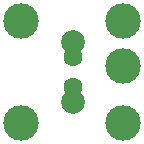
<source format=gbr>
%TF.GenerationSoftware,KiCad,Pcbnew,9.0.5*%
%TF.CreationDate,2026-01-19T22:18:19+00:00*%
%TF.ProjectId,zx_coil,7a785f63-6f69-46c2-9e6b-696361645f70,1*%
%TF.SameCoordinates,Original*%
%TF.FileFunction,Copper,L1,Top*%
%TF.FilePolarity,Positive*%
%FSLAX46Y46*%
G04 Gerber Fmt 4.6, Leading zero omitted, Abs format (unit mm)*
G04 Created by KiCad (PCBNEW 9.0.5) date 2026-01-19 22:18:19*
%MOMM*%
%LPD*%
G01*
G04 APERTURE LIST*
%TA.AperFunction,ComponentPad*%
%ADD10C,1.600000*%
%TD*%
%TA.AperFunction,ComponentPad*%
%ADD11C,2.000000*%
%TD*%
%TA.AperFunction,ViaPad*%
%ADD12C,3.000000*%
%TD*%
G04 APERTURE END LIST*
D10*
%TO.P,REF\u002A\u002A,1*%
%TO.N,N/C*%
X133431000Y-78374000D03*
%TO.P,REF\u002A\u002A,2*%
X133431000Y-80874000D03*
%TD*%
D11*
%TO.P,T1,1,AA*%
%TO.N,N/C*%
X133431000Y-77064000D03*
%TO.P,T1,2,AB*%
X133431000Y-82144000D03*
%TD*%
D12*
%TO.N,*%
X137668000Y-79121000D03*
X129032000Y-83947000D03*
X137668000Y-75311000D03*
X137668000Y-83947000D03*
X129032000Y-75311000D03*
%TD*%
M02*

</source>
